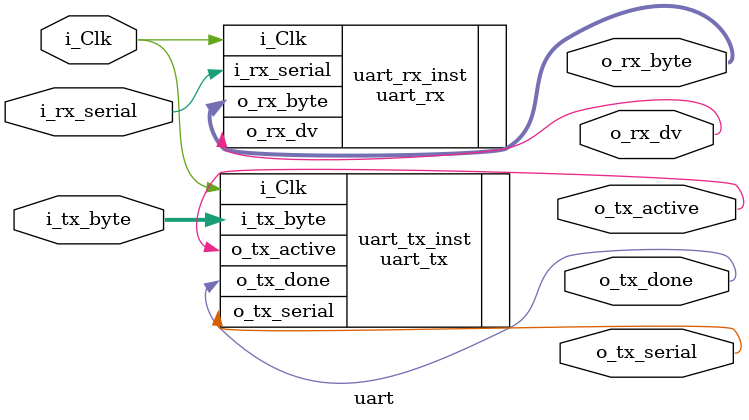
<source format=v>

module uart
#(
    parameter CLKS_PER_BIT = 217  // 25e6 / 115200 ≈ 217
)
(
    input        i_Clk,       // 25 MHz Go Board clock
    input        i_rx_serial, // From FTDI RX line (PC -> FPGA)
    output       o_tx_serial, // To FTDI TX line (FPGA -> PC)

    // RX interface
    output       o_rx_dv,     // Data valid (1 clk pulse)
    output [7:0] o_rx_byte,   // Received byte

    // TX interface
    input  [7:0] i_tx_byte,   // Byte to transmit
    output       o_tx_active, // High while transmitting
    output       o_tx_done    // 1 clk pulse when done
);

  uart_rx #(
    .CLKS_PER_BIT(CLKS_PER_BIT)
  ) uart_rx_inst (
    .i_Clk(i_Clk),
    .i_rx_serial(i_rx_serial),
    .o_rx_dv(o_rx_dv),
    .o_rx_byte(o_rx_byte)
  );

  uart_tx #(
    .CLKS_PER_BIT(CLKS_PER_BIT)
  ) uart_tx_inst (
    .i_Clk(i_Clk),
    .i_tx_byte(i_tx_byte),
    .o_tx_active(o_tx_active),
    .o_tx_serial(o_tx_serial),
    .o_tx_done(o_tx_done)
  );

endmodule

</source>
